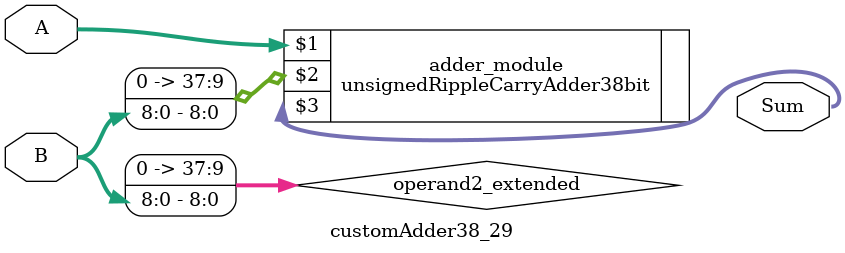
<source format=v>
module customAdder38_29(
                        input [37 : 0] A,
                        input [8 : 0] B,
                        
                        output [38 : 0] Sum
                );

        wire [37 : 0] operand2_extended;
        
        assign operand2_extended =  {29'b0, B};
        
        unsignedRippleCarryAdder38bit adder_module(
            A,
            operand2_extended,
            Sum
        );
        
        endmodule
        
</source>
